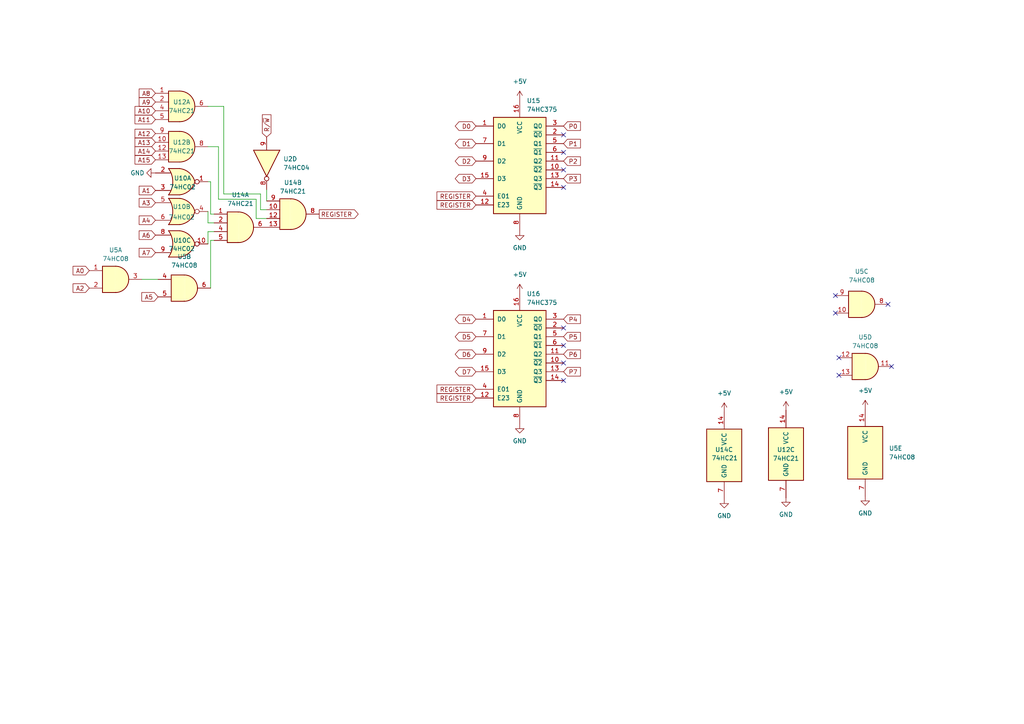
<source format=kicad_sch>
(kicad_sch (version 20211123) (generator eeschema)
  (paper "A4")
  (lib_symbols
    (symbol "74xx:74HC04"
      (property "Reference" "U" (at 0 1.27 0))
      (property "Value" "74HC04" (at 0 -1.27 0))
      (symbol "74HC04_1_0"
        (polyline (pts (xy -3.81 3.81) (xy -3.81 -3.81) (xy 3.81 0) (xy -3.81 3.81)) (stroke (width 0.254)) (fill (type background)))
        (pin input line (at -7.62 0 0) (length 3.81) (name "~") (number "1"))
        (pin output inverted (at 7.62 0 180) (length 3.81) (name "~") (number "2"))
      )
      (symbol "74HC04_2_0"
        (polyline (pts (xy -3.81 3.81) (xy -3.81 -3.81) (xy 3.81 0) (xy -3.81 3.81)) (stroke (width 0.254)) (fill (type background)))
        (pin input line (at -7.62 0 0) (length 3.81) (name "~") (number "3"))
        (pin output inverted (at 7.62 0 180) (length 3.81) (name "~") (number "4"))
      )
      (symbol "74HC04_3_0"
        (polyline (pts (xy -3.81 3.81) (xy -3.81 -3.81) (xy 3.81 0) (xy -3.81 3.81)) (stroke (width 0.254)) (fill (type background)))
        (pin input line (at -7.62 0 0) (length 3.81) (name "~") (number "5"))
        (pin output inverted (at 7.62 0 180) (length 3.81) (name "~") (number "6"))
      )
      (symbol "74HC04_4_0"
        (polyline (pts (xy -3.81 3.81) (xy -3.81 -3.81) (xy 3.81 0) (xy -3.81 3.81)) (stroke (width 0.254)) (fill (type background)))
        (pin output inverted (at 7.62 0 180) (length 3.81) (name "~") (number "8"))
        (pin input line (at -7.62 0 0) (length 3.81) (name "~") (number "9"))
      )
      (symbol "74HC04_5_0"
        (polyline (pts (xy -3.81 3.81) (xy -3.81 -3.81) (xy 3.81 0) (xy -3.81 3.81)) (stroke (width 0.254)) (fill (type background)))
        (pin output inverted (at 7.62 0 180) (length 3.81) (name "~") (number "10"))
        (pin input line (at -7.62 0 0) (length 3.81) (name "~") (number "11"))
      )
      (symbol "74HC04_6_0"
        (polyline (pts (xy -3.81 3.81) (xy -3.81 -3.81) (xy 3.81 0) (xy -3.81 3.81)) (stroke (width 0.254)) (fill (type background)))
        (pin output inverted (at 7.62 0 180) (length 3.81) (name "~") (number "12"))
        (pin input line (at -7.62 0 0) (length 3.81) (name "~") (number "13"))
      )
      (symbol "74HC04_7_0"
        (pin power_in line (at 0 12.7 270) (length 5.08) (name "VCC") (number "14"))
        (pin power_in line (at 0 -12.7 90) (length 5.08) (name "GND") (number "7"))
      )
      (symbol "74HC04_7_1"
        (rectangle (start -5.08 7.62) (end 5.08 -7.62) (stroke (width 0.254)) (fill (type background)))
      )
    )
    (symbol "74xx:74LS02" (pin_names (offset 1.016))
      (property "Reference" "U" (at 0 1.27 0))
      (property "Value" "74LS02" (at 0 -1.27 0))
      (symbol "74LS02_1_1"
        (arc (start -3.81 -3.81) (mid -2.589 0) (end -3.81 3.81) (stroke (width 0.254)))
        (arc (start -0.6096 -3.81) (mid 2.1855 -2.584) (end 3.81 0) (stroke (width 0.254)) (fill (type background)))
        (polyline (pts (xy -3.81 -3.81) (xy -0.635 -3.81)) (stroke (width 0.254)) (fill (type background)))
        (polyline (pts (xy -3.81 3.81) (xy -0.635 3.81)) (stroke (width 0.254)) (fill (type background)))
        (polyline (pts (xy -0.635 3.81) (xy -3.81 3.81) (xy -3.81 3.81) (xy -3.556 3.4036) (xy -3.0226 2.2606) (xy -2.6924 1.0414) (xy -2.6162 -0.254) (xy -2.7686 -1.4986) (xy -3.175 -2.7178) (xy -3.81 -3.81) (xy -3.81 -3.81) (xy -0.635 -3.81)) (stroke (width -25.4)) (fill (type background)))
        (arc (start 3.81 0) (mid 2.1928 2.5925) (end -0.6096 3.81) (stroke (width 0.254)) (fill (type background)))
        (pin output inverted (at 7.62 0 180) (length 3.81) (name "~") (number "1"))
        (pin input line (at -7.62 2.54 0) (length 4.318) (name "~") (number "2"))
        (pin input line (at -7.62 -2.54 0) (length 4.318) (name "~") (number "3"))
      )
      (symbol "74LS02_1_2"
        (arc (start 0 -3.81) (mid 3.81 0) (end 0 3.81) (stroke (width 0.254)) (fill (type background)))
        (polyline (pts (xy 0 3.81) (xy -3.81 3.81) (xy -3.81 -3.81) (xy 0 -3.81)) (stroke (width 0.254)) (fill (type background)))
        (pin output line (at 7.62 0 180) (length 3.81) (name "~") (number "1"))
        (pin input inverted (at -7.62 2.54 0) (length 3.81) (name "~") (number "2"))
        (pin input inverted (at -7.62 -2.54 0) (length 3.81) (name "~") (number "3"))
      )
      (symbol "74LS02_2_1"
        (arc (start -3.81 -3.81) (mid -2.589 0) (end -3.81 3.81) (stroke (width 0.254)))
        (arc (start -0.6096 -3.81) (mid 2.1855 -2.584) (end 3.81 0) (stroke (width 0.254)) (fill (type background)))
        (polyline (pts (xy -3.81 -3.81) (xy -0.635 -3.81)) (stroke (width 0.254)) (fill (type background)))
        (polyline (pts (xy -3.81 3.81) (xy -0.635 3.81)) (stroke (width 0.254)) (fill (type background)))
        (polyline (pts (xy -0.635 3.81) (xy -3.81 3.81) (xy -3.81 3.81) (xy -3.556 3.4036) (xy -3.0226 2.2606) (xy -2.6924 1.0414) (xy -2.6162 -0.254) (xy -2.7686 -1.4986) (xy -3.175 -2.7178) (xy -3.81 -3.81) (xy -3.81 -3.81) (xy -0.635 -3.81)) (stroke (width -25.4)) (fill (type background)))
        (arc (start 3.81 0) (mid 2.1928 2.5925) (end -0.6096 3.81) (stroke (width 0.254)) (fill (type background)))
        (pin output inverted (at 7.62 0 180) (length 3.81) (name "~") (number "4"))
        (pin input line (at -7.62 2.54 0) (length 4.318) (name "~") (number "5"))
        (pin input line (at -7.62 -2.54 0) (length 4.318) (name "~") (number "6"))
      )
      (symbol "74LS02_2_2"
        (arc (start 0 -3.81) (mid 3.81 0) (end 0 3.81) (stroke (width 0.254)) (fill (type background)))
        (polyline (pts (xy 0 3.81) (xy -3.81 3.81) (xy -3.81 -3.81) (xy 0 -3.81)) (stroke (width 0.254)) (fill (type background)))
        (pin output line (at 7.62 0 180) (length 3.81) (name "~") (number "4"))
        (pin input inverted (at -7.62 2.54 0) (length 3.81) (name "~") (number "5"))
        (pin input inverted (at -7.62 -2.54 0) (length 3.81) (name "~") (number "6"))
      )
      (symbol "74LS02_3_1"
        (arc (start -3.81 -3.81) (mid -2.589 0) (end -3.81 3.81) (stroke (width 0.254)))
        (arc (start -0.6096 -3.81) (mid 2.1855 -2.584) (end 3.81 0) (stroke (width 0.254)) (fill (type background)))
        (polyline (pts (xy -3.81 -3.81) (xy -0.635 -3.81)) (stroke (width 0.254)) (fill (type background)))
        (polyline (pts (xy -3.81 3.81) (xy -0.635 3.81)) (stroke (width 0.254)) (fill (type background)))
        (polyline (pts (xy -0.635 3.81) (xy -3.81 3.81) (xy -3.81 3.81) (xy -3.556 3.4036) (xy -3.0226 2.2606) (xy -2.6924 1.0414) (xy -2.6162 -0.254) (xy -2.7686 -1.4986) (xy -3.175 -2.7178) (xy -3.81 -3.81) (xy -3.81 -3.81) (xy -0.635 -3.81)) (stroke (width -25.4)) (fill (type background)))
        (arc (start 3.81 0) (mid 2.1928 2.5925) (end -0.6096 3.81) (stroke (width 0.254)) (fill (type background)))
        (pin output inverted (at 7.62 0 180) (length 3.81) (name "~") (number "10"))
        (pin input line (at -7.62 2.54 0) (length 4.318) (name "~") (number "8"))
        (pin input line (at -7.62 -2.54 0) (length 4.318) (name "~") (number "9"))
      )
      (symbol "74LS02_3_2"
        (arc (start 0 -3.81) (mid 3.81 0) (end 0 3.81) (stroke (width 0.254)) (fill (type background)))
        (polyline (pts (xy 0 3.81) (xy -3.81 3.81) (xy -3.81 -3.81) (xy 0 -3.81)) (stroke (width 0.254)) (fill (type background)))
        (pin output line (at 7.62 0 180) (length 3.81) (name "~") (number "10"))
        (pin input inverted (at -7.62 2.54 0) (length 3.81) (name "~") (number "8"))
        (pin input inverted (at -7.62 -2.54 0) (length 3.81) (name "~") (number "9"))
      )
      (symbol "74LS02_4_1"
        (arc (start -3.81 -3.81) (mid -2.589 0) (end -3.81 3.81) (stroke (width 0.254)))
        (arc (start -0.6096 -3.81) (mid 2.1855 -2.584) (end 3.81 0) (stroke (width 0.254)) (fill (type background)))
        (polyline (pts (xy -3.81 -3.81) (xy -0.635 -3.81)) (stroke (width 0.254)) (fill (type background)))
        (polyline (pts (xy -3.81 3.81) (xy -0.635 3.81)) (stroke (width 0.254)) (fill (type background)))
        (polyline (pts (xy -0.635 3.81) (xy -3.81 3.81) (xy -3.81 3.81) (xy -3.556 3.4036) (xy -3.0226 2.2606) (xy -2.6924 1.0414) (xy -2.6162 -0.254) (xy -2.7686 -1.4986) (xy -3.175 -2.7178) (xy -3.81 -3.81) (xy -3.81 -3.81) (xy -0.635 -3.81)) (stroke (width -25.4)) (fill (type background)))
        (arc (start 3.81 0) (mid 2.1928 2.5925) (end -0.6096 3.81) (stroke (width 0.254)) (fill (type background)))
        (pin input line (at -7.62 2.54 0) (length 4.318) (name "~") (number "11"))
        (pin input line (at -7.62 -2.54 0) (length 4.318) (name "~") (number "12"))
        (pin output inverted (at 7.62 0 180) (length 3.81) (name "~") (number "13"))
      )
      (symbol "74LS02_4_2"
        (arc (start 0 -3.81) (mid 3.81 0) (end 0 3.81) (stroke (width 0.254)) (fill (type background)))
        (polyline (pts (xy 0 3.81) (xy -3.81 3.81) (xy -3.81 -3.81) (xy 0 -3.81)) (stroke (width 0.254)) (fill (type background)))
        (pin input inverted (at -7.62 2.54 0) (length 3.81) (name "~") (number "11"))
        (pin input inverted (at -7.62 -2.54 0) (length 3.81) (name "~") (number "12"))
        (pin output line (at 7.62 0 180) (length 3.81) (name "~") (number "13"))
      )
      (symbol "74LS02_5_0"
        (pin power_in line (at 0 12.7 270) (length 5.08) (name "VCC") (number "14"))
        (pin power_in line (at 0 -12.7 90) (length 5.08) (name "GND") (number "7"))
      )
      (symbol "74LS02_5_1"
        (rectangle (start -5.08 7.62) (end 5.08 -7.62) (stroke (width 0.254)) (fill (type background)))
      )
    )
    (symbol "74xx:74LS08" (pin_names (offset 1.016))
      (property "Reference" "U" (at 0 1.27 0))
      (property "Value" "74LS08" (at 0 -1.27 0))
      (symbol "74LS08_1_1"
        (arc (start 0 -3.81) (mid 3.81 0) (end 0 3.81) (stroke (width 0.254)) (fill (type background)))
        (polyline (pts (xy 0 3.81) (xy -3.81 3.81) (xy -3.81 -3.81) (xy 0 -3.81)) (stroke (width 0.254)) (fill (type background)))
        (pin input line (at -7.62 2.54 0) (length 3.81) (name "~") (number "1"))
        (pin input line (at -7.62 -2.54 0) (length 3.81) (name "~") (number "2"))
        (pin output line (at 7.62 0 180) (length 3.81) (name "~") (number "3"))
      )
      (symbol "74LS08_1_2"
        (arc (start -3.81 -3.81) (mid -2.589 0) (end -3.81 3.81) (stroke (width 0.254)))
        (arc (start -0.6096 -3.81) (mid 2.1855 -2.584) (end 3.81 0) (stroke (width 0.254)) (fill (type background)))
        (polyline (pts (xy -3.81 -3.81) (xy -0.635 -3.81)) (stroke (width 0.254)) (fill (type background)))
        (polyline (pts (xy -3.81 3.81) (xy -0.635 3.81)) (stroke (width 0.254)) (fill (type background)))
        (polyline (pts (xy -0.635 3.81) (xy -3.81 3.81) (xy -3.81 3.81) (xy -3.556 3.4036) (xy -3.0226 2.2606) (xy -2.6924 1.0414) (xy -2.6162 -0.254) (xy -2.7686 -1.4986) (xy -3.175 -2.7178) (xy -3.81 -3.81) (xy -3.81 -3.81) (xy -0.635 -3.81)) (stroke (width -25.4)) (fill (type background)))
        (arc (start 3.81 0) (mid 2.1928 2.5925) (end -0.6096 3.81) (stroke (width 0.254)) (fill (type background)))
        (pin input inverted (at -7.62 2.54 0) (length 4.318) (name "~") (number "1"))
        (pin input inverted (at -7.62 -2.54 0) (length 4.318) (name "~") (number "2"))
        (pin output inverted (at 7.62 0 180) (length 3.81) (name "~") (number "3"))
      )
      (symbol "74LS08_2_1"
        (arc (start 0 -3.81) (mid 3.81 0) (end 0 3.81) (stroke (width 0.254)) (fill (type background)))
        (polyline (pts (xy 0 3.81) (xy -3.81 3.81) (xy -3.81 -3.81) (xy 0 -3.81)) (stroke (width 0.254)) (fill (type background)))
        (pin input line (at -7.62 2.54 0) (length 3.81) (name "~") (number "4"))
        (pin input line (at -7.62 -2.54 0) (length 3.81) (name "~") (number "5"))
        (pin output line (at 7.62 0 180) (length 3.81) (name "~") (number "6"))
      )
      (symbol "74LS08_2_2"
        (arc (start -3.81 -3.81) (mid -2.589 0) (end -3.81 3.81) (stroke (width 0.254)))
        (arc (start -0.6096 -3.81) (mid 2.1855 -2.584) (end 3.81 0) (stroke (width 0.254)) (fill (type background)))
        (polyline (pts (xy -3.81 -3.81) (xy -0.635 -3.81)) (stroke (width 0.254)) (fill (type background)))
        (polyline (pts (xy -3.81 3.81) (xy -0.635 3.81)) (stroke (width 0.254)) (fill (type background)))
        (polyline (pts (xy -0.635 3.81) (xy -3.81 3.81) (xy -3.81 3.81) (xy -3.556 3.4036) (xy -3.0226 2.2606) (xy -2.6924 1.0414) (xy -2.6162 -0.254) (xy -2.7686 -1.4986) (xy -3.175 -2.7178) (xy -3.81 -3.81) (xy -3.81 -3.81) (xy -0.635 -3.81)) (stroke (width -25.4)) (fill (type background)))
        (arc (start 3.81 0) (mid 2.1928 2.5925) (end -0.6096 3.81) (stroke (width 0.254)) (fill (type background)))
        (pin input inverted (at -7.62 2.54 0) (length 4.318) (name "~") (number "4"))
        (pin input inverted (at -7.62 -2.54 0) (length 4.318) (name "~") (number "5"))
        (pin output inverted (at 7.62 0 180) (length 3.81) (name "~") (number "6"))
      )
      (symbol "74LS08_3_1"
        (arc (start 0 -3.81) (mid 3.81 0) (end 0 3.81) (stroke (width 0.254)) (fill (type background)))
        (polyline (pts (xy 0 3.81) (xy -3.81 3.81) (xy -3.81 -3.81) (xy 0 -3.81)) (stroke (width 0.254)) (fill (type background)))
        (pin input line (at -7.62 -2.54 0) (length 3.81) (name "~") (number "10"))
        (pin output line (at 7.62 0 180) (length 3.81) (name "~") (number "8"))
        (pin input line (at -7.62 2.54 0) (length 3.81) (name "~") (number "9"))
      )
      (symbol "74LS08_3_2"
        (arc (start -3.81 -3.81) (mid -2.589 0) (end -3.81 3.81) (stroke (width 0.254)))
        (arc (start -0.6096 -3.81) (mid 2.1855 -2.584) (end 3.81 0) (stroke (width 0.254)) (fill (type background)))
        (polyline (pts (xy -3.81 -3.81) (xy -0.635 -3.81)) (stroke (width 0.254)) (fill (type background)))
        (polyline (pts (xy -3.81 3.81) (xy -0.635 3.81)) (stroke (width 0.254)) (fill (type background)))
        (polyline (pts (xy -0.635 3.81) (xy -3.81 3.81) (xy -3.81 3.81) (xy -3.556 3.4036) (xy -3.0226 2.2606) (xy -2.6924 1.0414) (xy -2.6162 -0.254) (xy -2.7686 -1.4986) (xy -3.175 -2.7178) (xy -3.81 -3.81) (xy -3.81 -3.81) (xy -0.635 -3.81)) (stroke (width -25.4)) (fill (type background)))
        (arc (start 3.81 0) (mid 2.1928 2.5925) (end -0.6096 3.81) (stroke (width 0.254)) (fill (type background)))
        (pin input inverted (at -7.62 -2.54 0) (length 4.318) (name "~") (number "10"))
        (pin output inverted (at 7.62 0 180) (length 3.81) (name "~") (number "8"))
        (pin input inverted (at -7.62 2.54 0) (length 4.318) (name "~") (number "9"))
      )
      (symbol "74LS08_4_1"
        (arc (start 0 -3.81) (mid 3.81 0) (end 0 3.81) (stroke (width 0.254)) (fill (type background)))
        (polyline (pts (xy 0 3.81) (xy -3.81 3.81) (xy -3.81 -3.81) (xy 0 -3.81)) (stroke (width 0.254)) (fill (type background)))
        (pin output line (at 7.62 0 180) (length 3.81) (name "~") (number "11"))
        (pin input line (at -7.62 2.54 0) (length 3.81) (name "~") (number "12"))
        (pin input line (at -7.62 -2.54 0) (length 3.81) (name "~") (number "13"))
      )
      (symbol "74LS08_4_2"
        (arc (start -3.81 -3.81) (mid -2.589 0) (end -3.81 3.81) (stroke (width 0.254)))
        (arc (start -0.6096 -3.81) (mid 2.1855 -2.584) (end 3.81 0) (stroke (width 0.254)) (fill (type background)))
        (polyline (pts (xy -3.81 -3.81) (xy -0.635 -3.81)) (stroke (width 0.254)) (fill (type background)))
        (polyline (pts (xy -3.81 3.81) (xy -0.635 3.81)) (stroke (width 0.254)) (fill (type background)))
        (polyline (pts (xy -0.635 3.81) (xy -3.81 3.81) (xy -3.81 3.81) (xy -3.556 3.4036) (xy -3.0226 2.2606) (xy -2.6924 1.0414) (xy -2.6162 -0.254) (xy -2.7686 -1.4986) (xy -3.175 -2.7178) (xy -3.81 -3.81) (xy -3.81 -3.81) (xy -0.635 -3.81)) (stroke (width -25.4)) (fill (type background)))
        (arc (start 3.81 0) (mid 2.1928 2.5925) (end -0.6096 3.81) (stroke (width 0.254)) (fill (type background)))
        (pin output inverted (at 7.62 0 180) (length 3.81) (name "~") (number "11"))
        (pin input inverted (at -7.62 2.54 0) (length 4.318) (name "~") (number "12"))
        (pin input inverted (at -7.62 -2.54 0) (length 4.318) (name "~") (number "13"))
      )
      (symbol "74LS08_5_0"
        (pin power_in line (at 0 12.7 270) (length 5.08) (name "VCC") (number "14"))
        (pin power_in line (at 0 -12.7 90) (length 5.08) (name "GND") (number "7"))
      )
      (symbol "74LS08_5_1"
        (rectangle (start -5.08 7.62) (end 5.08 -7.62) (stroke (width 0.254)) (fill (type background)))
      )
    )
    (symbol "74xx:74LS21" (pin_names (offset 1.016))
      (property "Reference" "U" (at 0 1.27 0))
      (property "Value" "74LS21" (at 0 -1.27 0))
      (symbol "74LS21_1_1"
        (arc (start -0.635 -4.445) (mid 3.81 0) (end -0.635 4.445) (stroke (width 0.254)) (fill (type background)))
        (polyline (pts (xy -0.635 4.445) (xy -3.81 4.445) (xy -3.81 -4.445) (xy -0.635 -4.445)) (stroke (width 0.254)) (fill (type background)))
        (pin input line (at -7.62 3.81 0) (length 3.81) (name "~") (number "1"))
        (pin input line (at -7.62 1.27 0) (length 3.81) (name "~") (number "2"))
        (pin input line (at -7.62 -1.27 0) (length 3.81) (name "~") (number "4"))
        (pin input line (at -7.62 -3.81 0) (length 3.81) (name "~") (number "5"))
        (pin output line (at 7.62 0 180) (length 3.81) (name "~") (number "6"))
      )
      (symbol "74LS21_1_2"
        (arc (start -3.81 -4.445) (mid -2.5908 0) (end -3.81 4.445) (stroke (width 0.254)))
        (arc (start -0.6096 -4.445) (mid 2.224 -2.8428) (end 3.81 0) (stroke (width 0.254)) (fill (type background)))
        (polyline (pts (xy -3.81 -4.445) (xy -0.635 -4.445)) (stroke (width 0.254)) (fill (type background)))
        (polyline (pts (xy -3.81 4.445) (xy -0.635 4.445)) (stroke (width 0.254)) (fill (type background)))
        (polyline (pts (xy -0.635 4.445) (xy -3.81 4.445) (xy -3.81 4.445) (xy -3.6322 4.0894) (xy -3.0988 2.921) (xy -2.7686 1.6764) (xy -2.6162 0.4318) (xy -2.6416 -0.8636) (xy -2.8702 -2.1082) (xy -3.2512 -3.3274) (xy -3.81 -4.445) (xy -3.81 -4.445) (xy -0.635 -4.445)) (stroke (width -25.4)) (fill (type background)))
        (arc (start 3.81 0) (mid 2.2198 2.8386) (end -0.6096 4.445) (stroke (width 0.254)) (fill (type background)))
        (pin input inverted (at -7.62 3.81 0) (length 3.81) (name "~") (number "1"))
        (pin input inverted (at -7.62 1.27 0) (length 4.826) (name "~") (number "2"))
        (pin input inverted (at -7.62 -1.27 0) (length 4.826) (name "~") (number "4"))
        (pin input inverted (at -7.62 -3.81 0) (length 3.81) (name "~") (number "5"))
        (pin output inverted (at 7.62 0 180) (length 3.81) (name "~") (number "6"))
      )
      (symbol "74LS21_2_1"
        (arc (start -0.635 -4.445) (mid 3.81 0) (end -0.635 4.445) (stroke (width 0.254)) (fill (type background)))
        (polyline (pts (xy -0.635 4.445) (xy -3.81 4.445) (xy -3.81 -4.445) (xy -0.635 -4.445)) (stroke (width 0.254)) (fill (type background)))
        (pin input line (at -7.62 1.27 0) (length 3.81) (name "~") (number "10"))
        (pin input line (at -7.62 -1.27 0) (length 3.81) (name "~") (number "12"))
        (pin input line (at -7.62 -3.81 0) (length 3.81) (name "~") (number "13"))
        (pin output line (at 7.62 0 180) (length 3.81) (name "~") (number "8"))
        (pin input line (at -7.62 3.81 0) (length 3.81) (name "~") (number "9"))
      )
      (symbol "74LS21_2_2"
        (arc (start -3.81 -4.445) (mid -2.5908 0) (end -3.81 4.445) (stroke (width 0.254)))
        (arc (start -0.6096 -4.445) (mid 2.224 -2.8428) (end 3.81 0) (stroke (width 0.254)) (fill (type background)))
        (polyline (pts (xy -3.81 -4.445) (xy -0.635 -4.445)) (stroke (width 0.254)) (fill (type background)))
        (polyline (pts (xy -3.81 4.445) (xy -0.635 4.445)) (stroke (width 0.254)) (fill (type background)))
        (polyline (pts (xy -0.635 4.445) (xy -3.81 4.445) (xy -3.81 4.445) (xy -3.6322 4.0894) (xy -3.0988 2.921) (xy -2.7686 1.6764) (xy -2.6162 0.4318) (xy -2.6416 -0.8636) (xy -2.8702 -2.1082) (xy -3.2512 -3.3274) (xy -3.81 -4.445) (xy -3.81 -4.445) (xy -0.635 -4.445)) (stroke (width -25.4)) (fill (type background)))
        (arc (start 3.81 0) (mid 2.2198 2.8386) (end -0.6096 4.445) (stroke (width 0.254)) (fill (type background)))
        (pin input inverted (at -7.62 1.27 0) (length 4.826) (name "~") (number "10"))
        (pin input inverted (at -7.62 -1.27 0) (length 4.826) (name "~") (number "12"))
        (pin input inverted (at -7.62 -3.81 0) (length 3.81) (name "~") (number "13"))
        (pin output inverted (at 7.62 0 180) (length 3.81) (name "~") (number "8"))
        (pin input inverted (at -7.62 3.81 0) (length 3.81) (name "~") (number "9"))
      )
      (symbol "74LS21_3_0"
        (pin power_in line (at 0 12.7 270) (length 5.08) (name "VCC") (number "14"))
        (pin power_in line (at 0 -12.7 90) (length 5.08) (name "GND") (number "7"))
      )
      (symbol "74LS21_3_1"
        (rectangle (start -5.08 7.62) (end 5.08 -7.62) (stroke (width 0.254)) (fill (type background)))
      )
    )
    (symbol "74xx:74LS375" (pin_names (offset 1.016))
      (property "Reference" "U" (at -7.62 13.97 0))
      (property "Value" "74LS375" (at -7.62 -16.51 0))
      (symbol "74LS375_1_0"
        (pin input line (at -12.7 10.16 0) (length 5.08) (name "D0") (number "1"))
        (pin output line (at 12.7 -2.54 180) (length 5.08) (name "~{Q2}") (number "10"))
        (pin output line (at 12.7 0 180) (length 5.08) (name "Q2") (number "11"))
        (pin input line (at -12.7 -12.7 0) (length 5.08) (name "E23") (number "12"))
        (pin output line (at 12.7 -5.08 180) (length 5.08) (name "Q3") (number "13"))
        (pin output line (at 12.7 -7.62 180) (length 5.08) (name "~{Q3}") (number "14"))
        (pin input line (at -12.7 -5.08 0) (length 5.08) (name "D3") (number "15"))
        (pin power_in line (at 0 17.78 270) (length 5.08) (name "VCC") (number "16"))
        (pin output line (at 12.7 7.62 180) (length 5.08) (name "~{Q0}") (number "2"))
        (pin output line (at 12.7 10.16 180) (length 5.08) (name "Q0") (number "3"))
        (pin input line (at -12.7 -10.16 0) (length 5.08) (name "E01") (number "4"))
        (pin output line (at 12.7 5.08 180) (length 5.08) (name "Q1") (number "5"))
        (pin output line (at 12.7 2.54 180) (length 5.08) (name "~{Q1}") (number "6"))
        (pin input line (at -12.7 5.08 0) (length 5.08) (name "D1") (number "7"))
        (pin power_in line (at 0 -20.32 90) (length 5.08) (name "GND") (number "8"))
        (pin input line (at -12.7 0 0) (length 5.08) (name "D2") (number "9"))
      )
      (symbol "74LS375_1_1"
        (rectangle (start -7.62 12.7) (end 7.62 -15.24) (stroke (width 0.254)) (fill (type background)))
      )
    )
    (symbol "power:+5V" (power) (pin_names (offset 0))
      (property "Value" "+5V" (at 0 3.556 0))
      (symbol "+5V_0_1"
        (polyline (pts (xy -0.762 1.27) (xy 0 2.54)))
        (polyline (pts (xy 0 0) (xy 0 2.54)))
        (polyline (pts (xy 0 2.54) (xy 0.762 1.27)))
      )
      (symbol "+5V_1_1"
        (pin power_in line (at 0 0 90) (length 0) hide (name "+5V") (number "1"))
      )
    )
    (symbol "power:GND" (power) (pin_names (offset 0))
      (property "Value" "GND" (at 0 -3.81 0))
      (symbol "GND_0_1"
        (polyline (pts (xy 0 0) (xy 0 -1.27) (xy 1.27 -1.27) (xy 0 -2.54) (xy -1.27 -1.27) (xy 0 -1.27)))
      )
      (symbol "GND_1_1"
        (pin power_in line (at 0 0 270) (length 0) hide (name "GND") (number "1"))
      )
    )
  )
  (no_connect (at 163.449 39.116))
  (no_connect (at 163.449 100.203))
  (no_connect (at 163.449 95.123))
  (no_connect (at 163.449 105.283))
  (no_connect (at 163.449 44.196))
  (no_connect (at 243.332 103.759))
  (no_connect (at 242.316 90.805))
  (no_connect (at 242.316 85.725))
  (no_connect (at 257.556 88.265))
  (no_connect (at 258.572 106.299))
  (no_connect (at 243.332 108.839))
  (no_connect (at 163.449 110.363))
  (no_connect (at 163.449 49.276))
  (no_connect (at 163.449 54.356))
  (wire (pts (xy 61.087 83.566) (xy 61.087 69.723)))
  (wire (pts (xy 77.343 60.833) (xy 75.565 60.833)))
  (wire (pts (xy 75.565 60.833) (xy 75.565 56.261)))
  (wire (pts (xy 60.325 67.183) (xy 62.103 67.183)))
  (wire (pts (xy 63.373 42.545) (xy 63.373 57.785)))
  (wire (pts (xy 77.343 63.373) (xy 74.295 63.373)))
  (wire (pts (xy 61.087 62.103) (xy 62.103 62.103)))
  (wire (pts (xy 60.325 70.739) (xy 60.325 67.183)))
  (wire (pts (xy 77.343 54.991) (xy 77.343 58.293)))
  (wire (pts (xy 60.325 52.705) (xy 61.087 52.705)))
  (wire (pts (xy 75.565 56.261) (xy 64.897 56.261)))
  (wire (pts (xy 64.897 30.861) (xy 60.325 30.861)))
  (wire (pts (xy 74.295 57.785) (xy 74.295 63.373)))
  (wire (pts (xy 64.897 56.261) (xy 64.897 30.861)))
  (wire (pts (xy 41.148 81.026) (xy 45.847 81.026)))
  (wire (pts (xy 63.373 57.785) (xy 74.295 57.785)))
  (wire (pts (xy 60.325 64.643) (xy 62.103 64.643)))
  (wire (pts (xy 61.087 69.723) (xy 62.103 69.723)))
  (wire (pts (xy 60.325 42.545) (xy 63.373 42.545)))
  (wire (pts (xy 61.087 52.705) (xy 61.087 62.103)))
  (wire (pts (xy 60.325 61.341) (xy 60.325 64.643)))
  (global_label "P2" (shape input) (at 163.449 46.736 0) (property "Intersheet References" "${INTERSHEET_REFS}" (effects hide)))
  (global_label "A11" (shape input) (at 45.085 34.671 180) (property "Intersheet References" "${INTERSHEET_REFS}" (effects hide)))
  (global_label "A6" (shape input) (at 45.085 68.199 180) (property "Intersheet References" "${INTERSHEET_REFS}" (effects hide)))
  (global_label "A2" (shape input) (at 25.908 83.566 180) (property "Intersheet References" "${INTERSHEET_REFS}" (effects hide)))
  (global_label "P6" (shape input) (at 163.449 102.743 0) (property "Intersheet References" "${INTERSHEET_REFS}" (effects hide)))
  (global_label "R{slash}~{W}" (shape input) (at 77.343 39.751 90) (property "Intersheet References" "${INTERSHEET_REFS}" (effects hide)))
  (global_label "D3" (shape bidirectional) (at 138.049 51.816 180) (property "Intersheet References" "${INTERSHEET_REFS}" (effects hide)))
  (global_label "D2" (shape bidirectional) (at 138.049 46.736 180) (property "Intersheet References" "${INTERSHEET_REFS}" (effects hide)))
  (global_label "REGISTER" (shape input) (at 138.049 59.436 180) (property "Intersheet References" "${INTERSHEET_REFS}" (effects hide)))
  (global_label "REGISTER" (shape output) (at 92.583 62.103 0) (property "Intersheet References" "${INTERSHEET_REFS}" (effects hide)))
  (global_label "D5" (shape bidirectional) (at 138.049 97.663 180) (property "Intersheet References" "${INTERSHEET_REFS}" (effects hide)))
  (global_label "D1" (shape bidirectional) (at 138.049 41.656 180) (property "Intersheet References" "${INTERSHEET_REFS}" (effects hide)))
  (global_label "A7" (shape input) (at 45.085 73.279 180) (property "Intersheet References" "${INTERSHEET_REFS}" (effects hide)))
  (global_label "REGISTER" (shape input) (at 138.049 115.443 180) (property "Intersheet References" "${INTERSHEET_REFS}" (effects hide)))
  (global_label "REGISTER" (shape input) (at 138.049 56.896 180) (property "Intersheet References" "${INTERSHEET_REFS}" (effects hide)))
  (global_label "D7" (shape bidirectional) (at 138.049 107.823 180) (property "Intersheet References" "${INTERSHEET_REFS}" (effects hide)))
  (global_label "P5" (shape input) (at 163.449 97.663 0) (property "Intersheet References" "${INTERSHEET_REFS}" (effects hide)))
  (global_label "A0" (shape input) (at 25.908 78.486 180) (property "Intersheet References" "${INTERSHEET_REFS}" (effects hide)))
  (global_label "A3" (shape input) (at 45.085 58.801 180) (property "Intersheet References" "${INTERSHEET_REFS}" (effects hide)))
  (global_label "A1" (shape input) (at 45.085 55.245 180) (property "Intersheet References" "${INTERSHEET_REFS}" (effects hide)))
  (global_label "A10" (shape input) (at 45.085 32.131 180) (property "Intersheet References" "${INTERSHEET_REFS}" (effects hide)))
  (global_label "D0" (shape bidirectional) (at 138.049 36.576 180) (property "Intersheet References" "${INTERSHEET_REFS}" (effects hide)))
  (global_label "A8" (shape input) (at 45.085 27.051 180) (property "Intersheet References" "${INTERSHEET_REFS}" (effects hide)))
  (global_label "A13" (shape input) (at 45.085 41.275 180) (property "Intersheet References" "${INTERSHEET_REFS}" (effects hide)))
  (global_label "P7" (shape input) (at 163.449 107.823 0) (property "Intersheet References" "${INTERSHEET_REFS}" (effects hide)))
  (global_label "P4" (shape input) (at 163.449 92.583 0) (property "Intersheet References" "${INTERSHEET_REFS}" (effects hide)))
  (global_label "A12" (shape input) (at 45.085 38.735 180) (property "Intersheet References" "${INTERSHEET_REFS}" (effects hide)))
  (global_label "D6" (shape bidirectional) (at 138.049 102.743 180) (property "Intersheet References" "${INTERSHEET_REFS}" (effects hide)))
  (global_label "A5" (shape input) (at 45.847 86.106 180) (property "Intersheet References" "${INTERSHEET_REFS}" (effects hide)))
  (global_label "A4" (shape input) (at 45.085 63.881 180) (property "Intersheet References" "${INTERSHEET_REFS}" (effects hide)))
  (global_label "A15" (shape input) (at 45.085 46.355 180) (property "Intersheet References" "${INTERSHEET_REFS}" (effects hide)))
  (global_label "P3" (shape input) (at 163.449 51.816 0) (property "Intersheet References" "${INTERSHEET_REFS}" (effects hide)))
  (global_label "D4" (shape bidirectional) (at 138.049 92.583 180) (property "Intersheet References" "${INTERSHEET_REFS}" (effects hide)))
  (global_label "A9" (shape input) (at 45.085 29.591 180) (property "Intersheet References" "${INTERSHEET_REFS}" (effects hide)))
  (global_label "P1" (shape input) (at 163.449 41.656 0) (property "Intersheet References" "${INTERSHEET_REFS}" (effects hide)))
  (global_label "REGISTER" (shape input) (at 138.049 112.903 180) (property "Intersheet References" "${INTERSHEET_REFS}" (effects hide)))
  (global_label "P0" (shape input) (at 163.449 36.576 0) (property "Intersheet References" "${INTERSHEET_REFS}" (effects hide)))
  (global_label "A14" (shape input) (at 45.085 43.815 180) (property "Intersheet References" "${INTERSHEET_REFS}" (effects hide)))
  (symbol (lib_id "74xx:74LS02") (at 52.705 61.341 0) (unit 2)
    (property "Reference" "U10" (at 52.705 59.944 0))
    (property "Value" "74HC02" (at 52.705 62.992 0))
    (property "Footprint" "Package_SO:SO-14_3.9x8.65mm_P1.27mm" (effects hide))
    (property "Datasheet" "http://www.ti.com/lit/gpn/sn74ls02" (effects hide))
  )
  (symbol (lib_id "74xx:74LS08") (at 33.528 81.026 0) (unit 1)
    (property "Reference" "U5" (at 33.528 72.517 0))
    (property "Value" "74HC08" (at 33.528 75.057 0))
    (property "Footprint" "Package_SO:SO-14_3.9x8.65mm_P1.27mm" (effects hide))
    (property "Datasheet" "http://www.ti.com/lit/gpn/sn74LS08" (effects hide))
  )
  (symbol (lib_id "74xx:74LS08") (at 53.467 83.566 0) (unit 2)
    (property "Reference" "U5" (at 53.467 74.422 0))
    (property "Value" "74HC08" (at 53.467 76.962 0))
    (property "Footprint" "Package_SO:SO-14_3.9x8.65mm_P1.27mm" (effects hide))
    (property "Datasheet" "http://www.ti.com/lit/gpn/sn74LS08" (effects hide))
  )
  (symbol (lib_id "power:+5V") (at 150.749 28.956 0) (unit 1)
    (property "Reference" "#PWR024" (effects hide))
    (property "Value" "+5V" (at 150.749 23.622 0))
  )
  (symbol (lib_id "74xx:74LS08") (at 250.952 106.299 0) (unit 4)
    (property "Reference" "U5" (at 250.952 97.79 0))
    (property "Value" "74HC08" (at 250.952 100.33 0))
    (property "Footprint" "Package_SO:SO-14_3.9x8.65mm_P1.27mm" (effects hide))
    (property "Datasheet" "http://www.ti.com/lit/gpn/sn74LS08" (effects hide))
  )
  (symbol (lib_id "power:+5V") (at 150.749 84.963 0) (unit 1)
    (property "Reference" "#PWR026" (effects hide))
    (property "Value" "+5V" (at 150.749 79.629 0))
  )
  (symbol (lib_id "power:GND") (at 45.085 50.165 270) (unit 1)
    (property "Reference" "#PWR021" (effects hide))
    (property "Value" "GND" (at 41.91 50.1649 90) (effects (justify right)))
  )
  (symbol (lib_id "74xx:74HC04") (at 77.343 47.371 270) (unit 4)
    (property "Reference" "U2" (at 82.169 46.1009 90) (effects (justify left)))
    (property "Value" "74HC04" (at 82.169 48.6409 90) (effects (justify left)))
    (property "Footprint" "Package_SO:SO-14_3.9x8.65mm_P1.27mm" (effects hide))
    (property "Datasheet" "https://assets.nexperia.com/documents/data-sheet/74HC_HCT04.pdf" (effects hide))
  )
  (symbol (lib_id "74xx:74LS21") (at 210.058 132.08 0) (unit 3)
    (property "Reference" "U14" (at 207.391 130.429 0) (effects (justify left)))
    (property "Value" "74HC21" (at 206.375 132.842 0) (effects (justify left)))
    (property "Footprint" "Package_SO:SO-14_3.9x8.65mm_P1.27mm" (effects hide))
    (property "Datasheet" "http://www.ti.com/lit/gpn/sn74LS21" (effects hide))
  )
  (symbol (lib_id "power:GND") (at 150.749 123.063 0) (unit 1)
    (property "Reference" "#PWR027" (effects hide))
    (property "Value" "GND" (at 150.749 127.889 0))
  )
  (symbol (lib_id "74xx:74LS08") (at 249.936 88.265 0) (unit 3)
    (property "Reference" "U5" (at 249.936 78.74 0))
    (property "Value" "74HC08" (at 249.936 81.28 0))
    (property "Footprint" "Package_SO:SO-14_3.9x8.65mm_P1.27mm" (effects hide))
    (property "Datasheet" "http://www.ti.com/lit/gpn/sn74LS08" (effects hide))
  )
  (symbol (lib_id "74xx:74LS21") (at 69.723 65.913 0) (unit 1)
    (property "Reference" "U14" (at 69.723 56.515 0))
    (property "Value" "74HC21" (at 69.723 59.055 0))
    (property "Footprint" "Package_SO:SO-14_3.9x8.65mm_P1.27mm" (effects hide))
    (property "Datasheet" "http://www.ti.com/lit/gpn/sn74LS21" (effects hide))
  )
  (symbol (lib_id "power:+5V") (at 210.058 119.38 0) (unit 1)
    (property "Reference" "#PWR0106" (effects hide))
    (property "Value" "+5V" (at 210.058 114.046 0))
  )
  (symbol (lib_id "power:GND") (at 210.058 144.78 0) (unit 1)
    (property "Reference" "#PWR0105" (effects hide))
    (property "Value" "GND" (at 210.058 149.606 0))
  )
  (symbol (lib_id "74xx:74LS21") (at 84.963 62.103 0) (unit 2)
    (property "Reference" "U14" (at 84.963 52.959 0))
    (property "Value" "74HC21" (at 84.963 55.499 0))
    (property "Footprint" "Package_SO:SO-14_3.9x8.65mm_P1.27mm" (effects hide))
    (property "Datasheet" "http://www.ti.com/lit/gpn/sn74LS21" (effects hide))
  )
  (symbol (lib_id "power:GND") (at 150.749 67.056 0) (unit 1)
    (property "Reference" "#PWR025" (effects hide))
    (property "Value" "GND" (at 150.749 71.882 0))
  )
  (symbol (lib_id "74xx:74LS21") (at 52.705 42.545 0) (unit 2)
    (property "Reference" "U12" (at 52.705 41.275 0))
    (property "Value" "74HC21" (at 52.705 43.815 0))
    (property "Footprint" "Package_SO:SO-14_3.9x8.65mm_P1.27mm" (effects hide))
    (property "Datasheet" "http://www.ti.com/lit/gpn/sn74LS21" (effects hide))
  )
  (symbol (lib_id "74xx:74LS21") (at 52.705 30.861 0) (unit 1)
    (property "Reference" "U12" (at 52.705 29.591 0))
    (property "Value" "74HC21" (at 52.705 32.131 0))
    (property "Footprint" "Package_SO:SO-14_3.9x8.65mm_P1.27mm" (effects hide))
    (property "Datasheet" "http://www.ti.com/lit/gpn/sn74LS21" (effects hide))
  )
  (symbol (lib_id "74xx:74LS375") (at 150.749 102.743 0) (unit 1)
    (property "Reference" "U16" (at 152.7684 85.217 0) (effects (justify left)))
    (property "Value" "74HC375" (at 152.7684 87.757 0) (effects (justify left)))
    (property "Footprint" "Package_SO:SO-16_3.9x9.9mm_P1.27mm" (effects hide))
    (property "Datasheet" "http://www.ti.com/lit/gpn/sn74LS375" (effects hide))
  )
  (symbol (lib_id "power:GND") (at 227.965 144.399 0) (unit 1)
    (property "Reference" "#PWR0102" (effects hide))
    (property "Value" "GND" (at 227.965 149.225 0))
  )
  (symbol (lib_id "power:GND") (at 250.952 144.018 0) (unit 1)
    (property "Reference" "#PWR08" (effects hide))
    (property "Value" "GND" (at 250.952 148.844 0))
  )
  (symbol (lib_id "74xx:74LS08") (at 250.952 131.318 0) (unit 5)
    (property "Reference" "U5" (at 257.81 130.0479 0) (effects (justify left)))
    (property "Value" "74HC08" (at 257.81 132.5879 0) (effects (justify left)))
    (property "Footprint" "Package_SO:SO-14_3.9x8.65mm_P1.27mm" (effects hide))
    (property "Datasheet" "http://www.ti.com/lit/gpn/sn74LS08" (effects hide))
  )
  (symbol (lib_id "74xx:74LS02") (at 52.705 70.739 0) (unit 3)
    (property "Reference" "U10" (at 52.832 69.723 0))
    (property "Value" "74HC02" (at 52.705 72.136 0))
    (property "Footprint" "Package_SO:SO-14_3.9x8.65mm_P1.27mm" (effects hide))
    (property "Datasheet" "http://www.ti.com/lit/gpn/sn74ls02" (effects hide))
  )
  (symbol (lib_id "74xx:74LS375") (at 150.749 46.736 0) (unit 1)
    (property "Reference" "U15" (at 152.7684 29.21 0) (effects (justify left)))
    (property "Value" "74HC375" (at 152.7684 31.75 0) (effects (justify left)))
    (property "Footprint" "Package_SO:SO-16_3.9x9.9mm_P1.27mm" (effects hide))
    (property "Datasheet" "http://www.ti.com/lit/gpn/sn74LS375" (effects hide))
  )
  (symbol (lib_id "74xx:74LS02") (at 52.705 52.705 0) (unit 1)
    (property "Reference" "U10" (at 52.959 51.689 0))
    (property "Value" "74HC02" (at 52.959 54.229 0))
    (property "Footprint" "Package_SO:SO-14_3.9x8.65mm_P1.27mm" (effects hide))
    (property "Datasheet" "http://www.ti.com/lit/gpn/sn74ls02" (effects hide))
  )
  (symbol (lib_id "power:+5V") (at 227.965 118.999 0) (unit 1)
    (property "Reference" "#PWR0101" (effects hide))
    (property "Value" "+5V" (at 227.965 113.665 0))
  )
  (symbol (lib_id "74xx:74LS21") (at 227.965 131.699 0) (unit 3)
    (property "Reference" "U12" (at 227.965 130.429 0))
    (property "Value" "74HC21" (at 227.965 132.969 0))
    (property "Footprint" "Package_SO:SO-14_3.9x8.65mm_P1.27mm" (effects hide))
    (property "Datasheet" "http://www.ti.com/lit/gpn/sn74LS21" (effects hide))
  )
  (symbol (lib_id "power:+5V") (at 250.952 118.618 0) (unit 1)
    (property "Reference" "#PWR07" (effects hide))
    (property "Value" "+5V" (at 250.952 113.284 0))
  )
)
</source>
